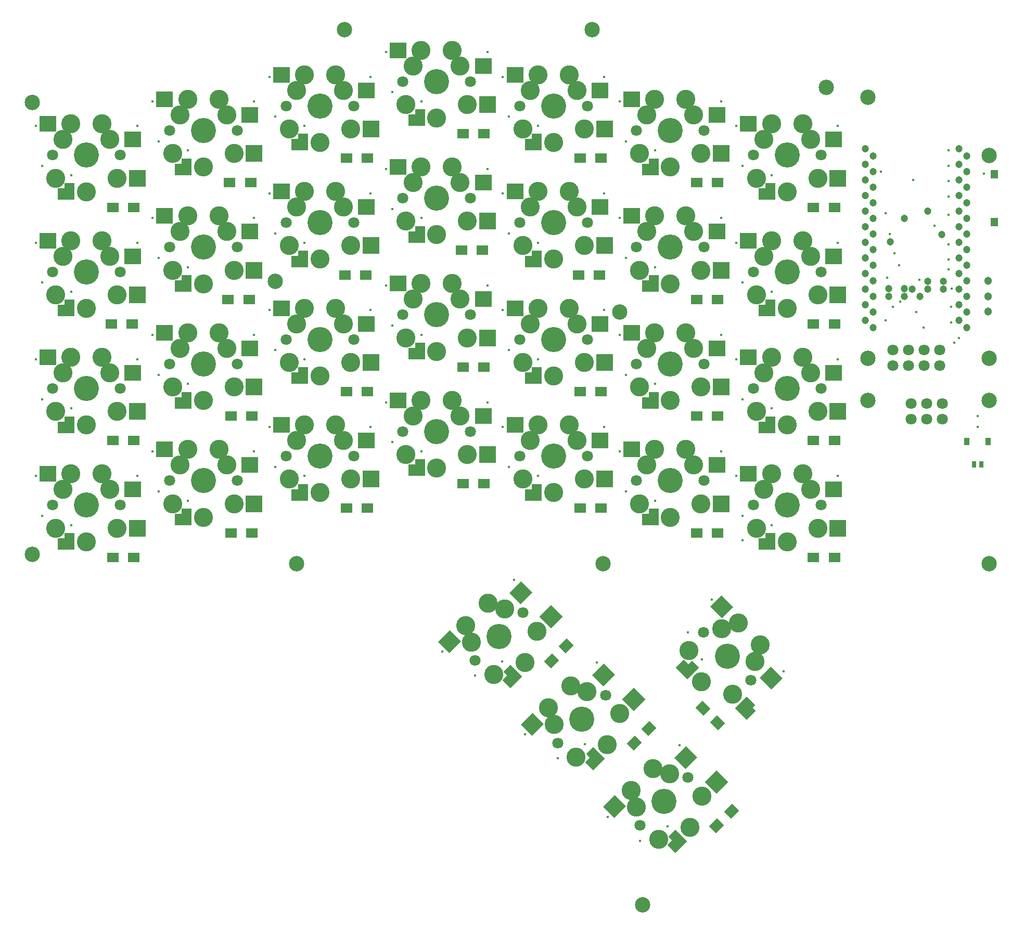
<source format=gts>
%FSLAX46Y46*%
%MOMM*%
%AMPS20*
1,1,1.801600,0.000000,0.000000*
%
%ADD20PS20*%
%AMPS38*
1,1,1.801600,0.000000,0.000000*
%
%ADD38PS38*%
%AMPS28*
1,1,1.301600,0.000000,0.000000*
%
%ADD28PS28*%
%AMPS18*
1,1,1.201600,0.000000,0.000000*
%
%ADD18PS18*%
%AMPS30*
4,1,6,
1.910319,0.000000,
0.784888,1.125431,
0.183750,0.524293,
-0.603258,1.307060,
-1.910319,0.000000,
0.000000,-1.910319,
1.910319,0.000000,
0
*
%
%ADD30PS30*%
%AMPS35*
21,1,1.351600,1.101600,0.000000,0.000000,90.000000*
%
%ADD35PS35*%
%AMPS36*
21,1,0.701600,0.951600,0.000000,0.000000,180.000000*
%
%ADD36PS36*%
%AMPS37*
21,1,0.801600,1.201600,0.000000,0.000000,180.000000*
%
%ADD37PS37*%
%AMPS39*
1,1,0.431800,0.000000,0.000000*
%
%ADD39PS39*%
%AMPS14*
21,1,2.651600,2.601600,0.000000,0.000000,0.000000*
%
%ADD14PS14*%
%AMPS24*
21,1,2.651600,2.601600,0.000000,0.000000,45.000000*
%
%ADD24PS24*%
%AMPS32*
21,1,2.651600,2.601600,0.000000,0.000000,315.000000*
%
%ADD32PS32*%
%AMPS15*
21,1,2.701600,2.701600,0.000000,0.000000,0.000000*
%
%ADD15PS15*%
%AMPS25*
21,1,2.701600,2.701600,0.000000,0.000000,45.000000*
%
%ADD25PS25*%
%AMPS33*
4,1,6,
1.486055,-0.424264,
0.955725,0.106066,
1.379989,0.530330,
0.000000,1.910319,
-1.910319,0.000000,
0.000000,-1.910319,
1.486055,-0.424264,
0
*
%
%ADD33PS33*%
%AMPS16*
1,1,1.803600,0.000000,0.000000*
%
%ADD16PS16*%
%AMPS26*
1,1,1.803600,0.000000,0.000000*
%
%ADD26PS26*%
%AMPS34*
1,1,1.803600,0.000000,0.000000*
%
%ADD34PS34*%
%AMPS13*
1,1,3.101600,0.000000,0.000000*
%
%ADD13PS13*%
%AMPS23*
1,1,3.101600,0.000000,0.000000*
%
%ADD23PS23*%
%AMPS31*
1,1,3.101600,0.000000,0.000000*
%
%ADD31PS31*%
%AMPS11*
1,1,4.089600,0.000000,0.000000*
%
%ADD11PS11*%
%AMPS21*
1,1,4.089600,0.000000,0.000000*
%
%ADD21PS21*%
%AMPS29*
1,1,4.089600,0.000000,0.000000*
%
%ADD29PS29*%
%AMPS22*
4,1,6,
0.000000,1.910319,
-1.125431,0.784888,
-0.524293,0.183750,
-1.307060,-0.603258,
0.000000,-1.910319,
1.910319,0.000000,
0.000000,1.910319,
0
*
%
%ADD22PS22*%
%AMPS27*
21,1,1.901600,1.601600,0.000000,0.000000,135.000000*
%
%ADD27PS27*%
%AMPS17*
21,1,1.901600,1.601600,0.000000,0.000000,180.000000*
%
%ADD17PS17*%
%AMPS19*
21,1,1.901600,1.601600,0.000000,0.000000,225.000000*
%
%ADD19PS19*%
%AMPS10*
1,1,2.501600,0.000000,0.000000*
%
%ADD10PS10*%
%AMPS12*
4,1,6,
1.350800,1.350800,
-0.240800,1.350800,
-0.240800,0.500663,
-1.350800,0.497663,
-1.350800,-1.350800,
1.350800,-1.350800,
1.350800,1.350800,
0
*
%
%ADD12PS12*%
G01*
G01*
%LPD*%
G75*
D10*
X160600000Y-58350000D03*
D10*
X4900000Y-16650000D03*
D10*
X100500000Y-50825000D03*
D10*
X97850000Y-91750000D03*
D10*
X160600000Y-25350000D03*
D10*
X55700000Y-4825000D03*
D10*
X44500000Y-45825000D03*
D10*
X4900000Y-90225000D03*
D10*
X160600000Y-65150000D03*
D10*
X140900000Y-15850000D03*
D10*
X47925000Y-91750000D03*
D10*
X140925000Y-58350000D03*
D10*
X140925000Y-65150000D03*
D10*
X134100000Y-14200000D03*
D10*
X104250000Y-147350000D03*
D10*
X160600000Y-91750000D03*
D10*
X96000000Y-4825000D03*
D11*
X51750000Y-17250000D03*
D12*
X48475000Y-23150000D03*
D13*
X46750000Y-21000000D03*
D14*
X59310000Y-14710000D03*
D15*
X60025000Y-21000000D03*
D13*
X55560000Y-14710000D03*
D14*
X45460000Y-12170000D03*
D13*
X47940000Y-14710000D03*
D16*
X57250000Y-17250000D03*
D13*
X54290000Y-12170000D03*
D16*
X46250000Y-17250000D03*
D13*
X49210000Y-12170000D03*
D13*
X56750000Y-21000000D03*
D13*
X51750000Y-23200000D03*
D17*
X36800000Y-48750000D03*
D17*
X40200000Y-48750000D03*
D17*
X94050000Y-82750000D03*
D17*
X97450000Y-82750000D03*
D17*
X94050000Y-25750000D03*
D17*
X97450000Y-25750000D03*
D17*
X56050000Y-82750000D03*
D17*
X59450000Y-82750000D03*
D17*
X56050000Y-25750000D03*
D17*
X59450000Y-25750000D03*
D18*
X155745000Y-34335000D03*
D18*
X140505000Y-39415000D03*
D18*
X156995000Y-45745000D03*
D18*
X140505000Y-41955000D03*
D18*
X140505000Y-36875000D03*
D18*
X156995000Y-27965000D03*
D18*
X155745000Y-36875000D03*
D18*
X156995000Y-50825000D03*
D18*
X141755000Y-50825000D03*
D18*
X156995000Y-38125000D03*
D18*
X153205000Y-45765000D03*
D18*
X144295000Y-47015000D03*
D18*
X155745000Y-49575000D03*
D18*
X144549000Y-39395000D03*
D18*
X146835000Y-47015000D03*
D18*
X141755000Y-30505000D03*
D18*
X140505000Y-24175000D03*
D18*
X148125000Y-47035000D03*
D18*
X156995000Y-48285000D03*
D18*
X146835000Y-48285000D03*
D18*
X140505000Y-44495000D03*
D18*
X155745000Y-26715000D03*
D18*
X153205000Y-47035000D03*
D18*
X140505000Y-31795000D03*
D18*
X141755000Y-33045000D03*
D18*
X156995000Y-30505000D03*
D18*
X141755000Y-38125000D03*
D18*
X156995000Y-40665000D03*
D18*
X155745000Y-39415000D03*
D18*
X150665000Y-47035000D03*
D18*
X141755000Y-45745000D03*
D18*
X156995000Y-35585000D03*
D18*
X150665000Y-45765000D03*
D18*
X155745000Y-31795000D03*
D18*
X140505000Y-26715000D03*
D18*
X155745000Y-44495000D03*
D18*
X140505000Y-52115000D03*
D18*
X146835000Y-35585000D03*
D18*
X141755000Y-27965000D03*
D18*
X141755000Y-35585000D03*
D18*
X155745000Y-47035000D03*
D18*
X150665000Y-34335000D03*
D18*
X156995000Y-53365000D03*
D18*
X152951000Y-38145000D03*
D18*
X144295000Y-48285000D03*
D18*
X155745000Y-52115000D03*
D18*
X141755000Y-53365000D03*
D18*
X140505000Y-47035000D03*
D18*
X156995000Y-33045000D03*
D18*
X155745000Y-24175000D03*
D18*
X140505000Y-49575000D03*
D18*
X141755000Y-40665000D03*
D18*
X155745000Y-29255000D03*
D18*
X141755000Y-25425000D03*
D18*
X155745000Y-41955000D03*
D18*
X149375000Y-48285000D03*
D18*
X156995000Y-43205000D03*
D18*
X141755000Y-48285000D03*
D18*
X156995000Y-25425000D03*
D18*
X140505000Y-34335000D03*
D18*
X141755000Y-43205000D03*
D18*
X140505000Y-29255000D03*
D17*
X94050000Y-63750000D03*
D17*
X97450000Y-63750000D03*
D11*
X127750000Y-82250000D03*
D12*
X124475000Y-88150000D03*
D13*
X122750000Y-86000000D03*
D14*
X135310000Y-79710000D03*
D15*
X136025000Y-86000000D03*
D13*
X131560000Y-79710000D03*
D14*
X121460000Y-77170000D03*
D13*
X123940000Y-79710000D03*
D16*
X133250000Y-82250000D03*
D13*
X130290000Y-77170000D03*
D16*
X122250000Y-82250000D03*
D13*
X125210000Y-77170000D03*
D13*
X132750000Y-86000000D03*
D13*
X127750000Y-88200000D03*
D11*
X70750000Y-70250000D03*
D12*
X67475000Y-76150000D03*
D13*
X65750000Y-74000000D03*
D14*
X78310000Y-67710000D03*
D15*
X79025000Y-74000000D03*
D13*
X74560000Y-67710000D03*
D14*
X64460000Y-65170000D03*
D13*
X66940000Y-67710000D03*
D16*
X76250000Y-70250000D03*
D13*
X73290000Y-65170000D03*
D16*
X65250000Y-70250000D03*
D13*
X68210000Y-65170000D03*
D13*
X75750000Y-74000000D03*
D13*
X70750000Y-76200000D03*
D11*
X13750000Y-63250000D03*
D12*
X10475000Y-69150000D03*
D13*
X8750000Y-67000000D03*
D14*
X21310000Y-60710000D03*
D15*
X22025000Y-67000000D03*
D13*
X17560000Y-60710000D03*
D14*
X7460000Y-58170000D03*
D13*
X9940000Y-60710000D03*
D16*
X19250000Y-63250000D03*
D13*
X16290000Y-58170000D03*
D16*
X8250000Y-63250000D03*
D13*
X11210000Y-58170000D03*
D13*
X18750000Y-67000000D03*
D13*
X13750000Y-69200000D03*
D19*
X116297919Y-134452081D03*
D19*
X118702081Y-132047919D03*
D17*
X18050000Y-90750000D03*
D17*
X21450000Y-90750000D03*
D17*
X18050000Y-33750000D03*
D17*
X21450000Y-33750000D03*
D11*
X108750000Y-59250000D03*
D12*
X105475000Y-65150000D03*
D13*
X103750000Y-63000000D03*
D14*
X116310000Y-56710000D03*
D15*
X117025000Y-63000000D03*
D13*
X112560000Y-56710000D03*
D14*
X102460000Y-54170000D03*
D13*
X104940000Y-56710000D03*
D16*
X114250000Y-59250000D03*
D13*
X111290000Y-54170000D03*
D16*
X103250000Y-59250000D03*
D13*
X106210000Y-54170000D03*
D13*
X113750000Y-63000000D03*
D13*
X108750000Y-65200000D03*
D11*
X13750000Y-44250000D03*
D12*
X10475000Y-50150000D03*
D13*
X8750000Y-48000000D03*
D14*
X21310000Y-41710000D03*
D15*
X22025000Y-48000000D03*
D13*
X17560000Y-41710000D03*
D14*
X7460000Y-39170000D03*
D13*
X9940000Y-41710000D03*
D16*
X19250000Y-44250000D03*
D13*
X16290000Y-39170000D03*
D16*
X8250000Y-44250000D03*
D13*
X11210000Y-39170000D03*
D13*
X18750000Y-48000000D03*
D13*
X13750000Y-50200000D03*
D17*
X132050000Y-71750000D03*
D17*
X135450000Y-71750000D03*
D11*
X32750000Y-21250000D03*
D12*
X29475000Y-27150000D03*
D13*
X27750000Y-25000000D03*
D14*
X40310000Y-18710000D03*
D15*
X41025000Y-25000000D03*
D13*
X36560000Y-18710000D03*
D14*
X26460000Y-16170000D03*
D13*
X28940000Y-18710000D03*
D16*
X38250000Y-21250000D03*
D13*
X35290000Y-16170000D03*
D16*
X27250000Y-21250000D03*
D13*
X30210000Y-16170000D03*
D13*
X37750000Y-25000000D03*
D13*
X32750000Y-27200000D03*
D20*
X147480000Y-56980000D03*
D20*
X152560000Y-59520000D03*
D20*
X144940000Y-59520000D03*
D20*
X144940000Y-56980000D03*
D20*
X150020000Y-59520000D03*
D20*
X152560000Y-56980000D03*
D20*
X147480000Y-59520000D03*
D20*
X150020000Y-56980000D03*
D11*
X127750000Y-63250000D03*
D12*
X124475000Y-69150000D03*
D13*
X122750000Y-67000000D03*
D14*
X135310000Y-60710000D03*
D15*
X136025000Y-67000000D03*
D13*
X131560000Y-60710000D03*
D14*
X121460000Y-58170000D03*
D13*
X123940000Y-60710000D03*
D16*
X133250000Y-63250000D03*
D13*
X130290000Y-58170000D03*
D16*
X122250000Y-63250000D03*
D13*
X125210000Y-58170000D03*
D13*
X132750000Y-67000000D03*
D13*
X127750000Y-69200000D03*
D17*
X113050000Y-86750000D03*
D17*
X116450000Y-86750000D03*
D11*
X108750000Y-21250000D03*
D12*
X105475000Y-27150000D03*
D13*
X103750000Y-25000000D03*
D14*
X116310000Y-18710000D03*
D15*
X117025000Y-25000000D03*
D13*
X112560000Y-18710000D03*
D14*
X102460000Y-16170000D03*
D13*
X104940000Y-18710000D03*
D16*
X114250000Y-21250000D03*
D13*
X111290000Y-16170000D03*
D16*
X103250000Y-21250000D03*
D13*
X106210000Y-16170000D03*
D13*
X113750000Y-25000000D03*
D13*
X108750000Y-27200000D03*
D19*
X102872919Y-121002081D03*
D19*
X105277081Y-118597919D03*
D17*
X18050000Y-71750000D03*
D17*
X21450000Y-71750000D03*
D11*
X89750000Y-55250000D03*
D12*
X86475000Y-61150000D03*
D13*
X84750000Y-59000000D03*
D14*
X97310000Y-52710000D03*
D15*
X98025000Y-59000000D03*
D13*
X93560000Y-52710000D03*
D14*
X83460000Y-50170000D03*
D13*
X85940000Y-52710000D03*
D16*
X95250000Y-55250000D03*
D13*
X92290000Y-50170000D03*
D16*
X84250000Y-55250000D03*
D13*
X87210000Y-50170000D03*
D13*
X94750000Y-59000000D03*
D13*
X89750000Y-61200000D03*
D17*
X93800000Y-44750000D03*
D17*
X97200000Y-44750000D03*
D11*
X51750000Y-36250000D03*
D12*
X48475000Y-42150000D03*
D13*
X46750000Y-40000000D03*
D14*
X59310000Y-33710000D03*
D15*
X60025000Y-40000000D03*
D13*
X55560000Y-33710000D03*
D14*
X45460000Y-31170000D03*
D13*
X47940000Y-33710000D03*
D16*
X57250000Y-36250000D03*
D13*
X54290000Y-31170000D03*
D16*
X46250000Y-36250000D03*
D13*
X49210000Y-31170000D03*
D13*
X56750000Y-40000000D03*
D13*
X51750000Y-42200000D03*
D11*
X127750000Y-44250000D03*
D12*
X124475000Y-50150000D03*
D13*
X122750000Y-48000000D03*
D14*
X135310000Y-41710000D03*
D15*
X136025000Y-48000000D03*
D13*
X131560000Y-41710000D03*
D14*
X121460000Y-39170000D03*
D13*
X123940000Y-41710000D03*
D16*
X133250000Y-44250000D03*
D13*
X130290000Y-39170000D03*
D16*
X122250000Y-44250000D03*
D13*
X125210000Y-39170000D03*
D13*
X132750000Y-48000000D03*
D13*
X127750000Y-50200000D03*
D11*
X51750000Y-55250000D03*
D12*
X48475000Y-61150000D03*
D13*
X46750000Y-59000000D03*
D14*
X59310000Y-52710000D03*
D15*
X60025000Y-59000000D03*
D13*
X55560000Y-52710000D03*
D14*
X45460000Y-50170000D03*
D13*
X47940000Y-52710000D03*
D16*
X57250000Y-55250000D03*
D13*
X54290000Y-50170000D03*
D16*
X46250000Y-55250000D03*
D13*
X49210000Y-50170000D03*
D13*
X56750000Y-59000000D03*
D13*
X51750000Y-61200000D03*
D17*
X75050000Y-78750000D03*
D17*
X78450000Y-78750000D03*
D17*
X37300000Y-86750000D03*
D17*
X40700000Y-86750000D03*
D17*
X37300000Y-67750000D03*
D17*
X40700000Y-67750000D03*
D11*
X89750000Y-17250000D03*
D12*
X86475000Y-23150000D03*
D13*
X84750000Y-21000000D03*
D14*
X97310000Y-14710000D03*
D15*
X98025000Y-21000000D03*
D13*
X93560000Y-14710000D03*
D14*
X83460000Y-12170000D03*
D13*
X85940000Y-14710000D03*
D16*
X95250000Y-17250000D03*
D13*
X92290000Y-12170000D03*
D16*
X84250000Y-17250000D03*
D13*
X87210000Y-12170000D03*
D13*
X94750000Y-21000000D03*
D13*
X89750000Y-23200000D03*
D21*
X107750000Y-130500000D03*
D22*
X109606155Y-136987704D03*
D23*
X106866117Y-136687184D03*
D24*
X111299676Y-123358222D03*
D25*
X116252959Y-127300342D03*
D23*
X108648025Y-126009872D03*
D24*
X99710196Y-131355599D03*
D23*
X103259872Y-131398025D03*
D26*
X111639087Y-126610913D03*
D23*
X105953949Y-125111847D03*
D26*
X103860913Y-134389087D03*
D23*
X102361847Y-128703949D03*
D23*
X113937184Y-129616117D03*
D23*
X111957285Y-134707285D03*
D17*
X113050000Y-29750000D03*
D17*
X116450000Y-29750000D03*
D11*
X70750000Y-13250000D03*
D12*
X67475000Y-19150000D03*
D13*
X65750000Y-17000000D03*
D14*
X78310000Y-10710000D03*
D15*
X79025000Y-17000000D03*
D13*
X74560000Y-10710000D03*
D14*
X64460000Y-8170000D03*
D13*
X66940000Y-10710000D03*
D16*
X76250000Y-13250000D03*
D13*
X73290000Y-8170000D03*
D16*
X65250000Y-13250000D03*
D13*
X68210000Y-8170000D03*
D13*
X75750000Y-17000000D03*
D13*
X70750000Y-19200000D03*
D11*
X89750000Y-36250000D03*
D12*
X86475000Y-42150000D03*
D13*
X84750000Y-40000000D03*
D14*
X97310000Y-33710000D03*
D15*
X98025000Y-40000000D03*
D13*
X93560000Y-33710000D03*
D14*
X83460000Y-31170000D03*
D13*
X85940000Y-33710000D03*
D16*
X95250000Y-36250000D03*
D13*
X92290000Y-31170000D03*
D16*
X84250000Y-36250000D03*
D13*
X87210000Y-31170000D03*
D13*
X94750000Y-40000000D03*
D13*
X89750000Y-42200000D03*
D17*
X75050000Y-59750000D03*
D17*
X78450000Y-59750000D03*
D11*
X70750000Y-51250000D03*
D12*
X67475000Y-57150000D03*
D13*
X65750000Y-55000000D03*
D14*
X78310000Y-48710000D03*
D15*
X79025000Y-55000000D03*
D13*
X74560000Y-48710000D03*
D14*
X64460000Y-46170000D03*
D13*
X66940000Y-48710000D03*
D16*
X76250000Y-51250000D03*
D13*
X73290000Y-46170000D03*
D16*
X65250000Y-51250000D03*
D13*
X68210000Y-46170000D03*
D13*
X75750000Y-55000000D03*
D13*
X70750000Y-57200000D03*
D21*
X80879983Y-103629943D03*
D22*
X82736138Y-110117647D03*
D23*
X79996100Y-109817127D03*
D24*
X84429659Y-96488165D03*
D25*
X89382942Y-100430285D03*
D23*
X81778008Y-99139815D03*
D24*
X72840179Y-104485542D03*
D23*
X76389855Y-104527968D03*
D26*
X84769070Y-99740856D03*
D23*
X79083932Y-98241790D03*
D26*
X76990896Y-107519030D03*
D23*
X75491830Y-101833892D03*
D23*
X87067167Y-102746060D03*
D23*
X85087268Y-107837228D03*
D21*
X94315012Y-117064972D03*
D22*
X96171167Y-123552676D03*
D23*
X93431129Y-123252156D03*
D24*
X97864688Y-109923194D03*
D25*
X102817971Y-113865314D03*
D23*
X95213037Y-112574844D03*
D24*
X86275208Y-117920571D03*
D23*
X89824884Y-117962997D03*
D26*
X98204099Y-113175885D03*
D23*
X92518961Y-111676819D03*
D26*
X90425925Y-120954059D03*
D23*
X88926859Y-115268921D03*
D23*
X100502196Y-116181089D03*
D23*
X98522297Y-121272257D03*
D27*
X114047919Y-115297919D03*
D27*
X116452081Y-117702081D03*
D17*
X74800000Y-40750000D03*
D17*
X78200000Y-40750000D03*
D11*
X32750000Y-40250000D03*
D12*
X29475000Y-46150000D03*
D13*
X27750000Y-44000000D03*
D14*
X40310000Y-37710000D03*
D15*
X41025000Y-44000000D03*
D13*
X36560000Y-37710000D03*
D14*
X26460000Y-35170000D03*
D13*
X28940000Y-37710000D03*
D16*
X38250000Y-40250000D03*
D13*
X35290000Y-35170000D03*
D16*
X27250000Y-40250000D03*
D13*
X30210000Y-35170000D03*
D13*
X37750000Y-44000000D03*
D13*
X32750000Y-46200000D03*
D28*
X160500000Y-45750000D03*
D28*
X160500000Y-50750000D03*
D28*
X160500000Y-48250000D03*
D11*
X51750000Y-74250000D03*
D12*
X48475000Y-80150000D03*
D13*
X46750000Y-78000000D03*
D14*
X59310000Y-71710000D03*
D15*
X60025000Y-78000000D03*
D13*
X55560000Y-71710000D03*
D14*
X45460000Y-69170000D03*
D13*
X47940000Y-71710000D03*
D16*
X57250000Y-74250000D03*
D13*
X54290000Y-69170000D03*
D16*
X46250000Y-74250000D03*
D13*
X49210000Y-69170000D03*
D13*
X56750000Y-78000000D03*
D13*
X51750000Y-80200000D03*
D11*
X32750000Y-78250000D03*
D12*
X29475000Y-84150000D03*
D13*
X27750000Y-82000000D03*
D14*
X40310000Y-75710000D03*
D15*
X41025000Y-82000000D03*
D13*
X36560000Y-75710000D03*
D14*
X26460000Y-73170000D03*
D13*
X28940000Y-75710000D03*
D16*
X38250000Y-78250000D03*
D13*
X35290000Y-73170000D03*
D16*
X27250000Y-78250000D03*
D13*
X30210000Y-73170000D03*
D13*
X37750000Y-82000000D03*
D13*
X32750000Y-84200000D03*
D11*
X108750000Y-40250000D03*
D12*
X105475000Y-46150000D03*
D13*
X103750000Y-44000000D03*
D14*
X116310000Y-37710000D03*
D15*
X117025000Y-44000000D03*
D13*
X112560000Y-37710000D03*
D14*
X102460000Y-35170000D03*
D13*
X104940000Y-37710000D03*
D16*
X114250000Y-40250000D03*
D13*
X111290000Y-35170000D03*
D16*
X103250000Y-40250000D03*
D13*
X106210000Y-35170000D03*
D13*
X113750000Y-44000000D03*
D13*
X108750000Y-46200000D03*
D29*
X118003088Y-106811923D03*
D30*
X111515384Y-108668078D03*
D31*
X111815904Y-105928040D03*
D32*
X125144866Y-110361599D03*
D33*
X121202746Y-115314882D03*
D31*
X122493216Y-107709948D03*
D32*
X117147489Y-98772119D03*
D31*
X117105063Y-102321795D03*
D34*
X121892175Y-110701010D03*
D31*
X123391241Y-105015872D03*
D34*
X114114001Y-102922836D03*
D31*
X119799139Y-101423770D03*
D31*
X118886971Y-112999107D03*
D31*
X113795803Y-111019208D03*
D17*
X56050000Y-63750000D03*
D17*
X59450000Y-63750000D03*
D17*
X17800000Y-52750000D03*
D17*
X21200000Y-52750000D03*
D11*
X13750000Y-25250000D03*
D12*
X10475000Y-31150000D03*
D13*
X8750000Y-29000000D03*
D14*
X21310000Y-22710000D03*
D15*
X22025000Y-29000000D03*
D13*
X17560000Y-22710000D03*
D14*
X7460000Y-20170000D03*
D13*
X9940000Y-22710000D03*
D16*
X19250000Y-25250000D03*
D13*
X16290000Y-20170000D03*
D16*
X8250000Y-25250000D03*
D13*
X11210000Y-20170000D03*
D13*
X18750000Y-29000000D03*
D13*
X13750000Y-31200000D03*
D17*
X132050000Y-33750000D03*
D17*
X135450000Y-33750000D03*
D35*
X161500000Y-28375000D03*
D35*
X161500000Y-36125000D03*
D17*
X75050000Y-21750000D03*
D17*
X78450000Y-21750000D03*
D17*
X55800000Y-44750000D03*
D17*
X59200000Y-44750000D03*
D17*
X37050000Y-29750000D03*
D17*
X40450000Y-29750000D03*
D11*
X70750000Y-32250000D03*
D12*
X67475000Y-38150000D03*
D13*
X65750000Y-36000000D03*
D14*
X78310000Y-29710000D03*
D15*
X79025000Y-36000000D03*
D13*
X74560000Y-29710000D03*
D14*
X64460000Y-27170000D03*
D13*
X66940000Y-29710000D03*
D16*
X76250000Y-32250000D03*
D13*
X73290000Y-27170000D03*
D16*
X65250000Y-32250000D03*
D13*
X68210000Y-27170000D03*
D13*
X75750000Y-36000000D03*
D13*
X70750000Y-38200000D03*
D17*
X113050000Y-67750000D03*
D17*
X116450000Y-67750000D03*
D17*
X132050000Y-90750000D03*
D17*
X135450000Y-90750000D03*
D11*
X108750000Y-78250000D03*
D12*
X105475000Y-84150000D03*
D13*
X103750000Y-82000000D03*
D14*
X116310000Y-75710000D03*
D15*
X117025000Y-82000000D03*
D13*
X112560000Y-75710000D03*
D14*
X102460000Y-73170000D03*
D13*
X104940000Y-75710000D03*
D16*
X114250000Y-78250000D03*
D13*
X111290000Y-73170000D03*
D16*
X103250000Y-78250000D03*
D13*
X106210000Y-73170000D03*
D13*
X113750000Y-82000000D03*
D13*
X108750000Y-84200000D03*
D17*
X132050000Y-52750000D03*
D17*
X135450000Y-52750000D03*
D36*
X159350000Y-75574999D03*
D37*
X160500000Y-71849999D03*
D36*
X158150000Y-75574999D03*
D37*
X157000000Y-71849999D03*
D17*
X113050000Y-48750000D03*
D17*
X116450000Y-48750000D03*
D19*
X89422919Y-107577081D03*
D19*
X91827081Y-105172919D03*
D11*
X89750000Y-74250000D03*
D12*
X86475000Y-80150000D03*
D13*
X84750000Y-78000000D03*
D14*
X97310000Y-71710000D03*
D15*
X98025000Y-78000000D03*
D13*
X93560000Y-71710000D03*
D14*
X83460000Y-69170000D03*
D13*
X85940000Y-71710000D03*
D16*
X95250000Y-74250000D03*
D13*
X92290000Y-69170000D03*
D16*
X84250000Y-74250000D03*
D13*
X87210000Y-69170000D03*
D13*
X94750000Y-78000000D03*
D13*
X89750000Y-80200000D03*
D11*
X13750000Y-82250000D03*
D12*
X10475000Y-88150000D03*
D13*
X8750000Y-86000000D03*
D14*
X21310000Y-79710000D03*
D15*
X22025000Y-86000000D03*
D13*
X17560000Y-79710000D03*
D14*
X7460000Y-77170000D03*
D13*
X9940000Y-79710000D03*
D16*
X19250000Y-82250000D03*
D13*
X16290000Y-77170000D03*
D16*
X8250000Y-82250000D03*
D13*
X11210000Y-77170000D03*
D13*
X18750000Y-86000000D03*
D13*
X13750000Y-88200000D03*
D38*
X150500000Y-68270000D03*
D38*
X153040000Y-65730000D03*
D38*
X153040000Y-68270000D03*
D38*
X147960000Y-65730000D03*
D38*
X150500000Y-65730000D03*
D38*
X147960000Y-68270000D03*
D11*
X32750000Y-59250000D03*
D12*
X29475000Y-65150000D03*
D13*
X27750000Y-63000000D03*
D14*
X40310000Y-56710000D03*
D15*
X41025000Y-63000000D03*
D13*
X36560000Y-56710000D03*
D14*
X26460000Y-54170000D03*
D13*
X28940000Y-56710000D03*
D16*
X38250000Y-59250000D03*
D13*
X35290000Y-54170000D03*
D16*
X27250000Y-59250000D03*
D13*
X30210000Y-54170000D03*
D13*
X37750000Y-63000000D03*
D13*
X32750000Y-65200000D03*
D11*
X127750000Y-25250000D03*
D12*
X124475000Y-31150000D03*
D13*
X122750000Y-29000000D03*
D14*
X135310000Y-22710000D03*
D15*
X136025000Y-29000000D03*
D13*
X131560000Y-22710000D03*
D14*
X121460000Y-20170000D03*
D13*
X123940000Y-22710000D03*
D16*
X133250000Y-25250000D03*
D13*
X130290000Y-20170000D03*
D16*
X122250000Y-25250000D03*
D13*
X125210000Y-20170000D03*
D13*
X132750000Y-29000000D03*
D13*
X127750000Y-31200000D03*
D39*
X159795300Y-28250000D03*
D39*
X125250000Y-85500000D03*
D39*
X90425925Y-123428933D03*
D39*
X106250000Y-24500000D03*
D39*
X98000000Y-50500000D03*
D39*
X154000000Y-27000000D03*
D39*
X22000000Y-20500000D03*
D39*
X136000000Y-39500000D03*
D39*
X60000000Y-69500000D03*
D39*
X155750000Y-55000000D03*
D39*
X125250000Y-66500000D03*
D39*
X149250000Y-45557890D03*
D39*
X120500000Y-46000000D03*
D39*
X81410313Y-107695806D03*
D39*
X63500000Y-15000000D03*
D39*
X100500000Y-16500000D03*
D39*
X87250000Y-20500000D03*
D39*
X117000000Y-35500000D03*
D39*
X68250000Y-54500000D03*
D39*
X117000000Y-73500000D03*
D39*
X143750000Y-52115000D03*
D39*
X82500000Y-19000000D03*
D39*
X49250000Y-58500000D03*
D39*
X81500000Y-69500000D03*
D39*
X100500000Y-73500000D03*
D39*
X143000000Y-27965000D03*
D39*
X71687595Y-106104816D03*
D39*
X79000000Y-46500000D03*
D39*
X158750000Y-67750000D03*
D39*
X6500000Y-46000000D03*
D39*
X43500000Y-69500000D03*
D39*
X5500000Y-77500000D03*
D39*
X100500000Y-54500000D03*
D39*
X11250000Y-47500000D03*
D39*
X148250000Y-29255000D03*
D39*
X68250000Y-73500000D03*
D39*
X60000000Y-31500000D03*
D39*
X113937225Y-107342253D03*
D39*
X63500000Y-72000000D03*
D39*
X6500000Y-27000000D03*
D39*
X24500000Y-35500000D03*
D39*
X81500000Y-31500000D03*
D39*
X79000000Y-27500000D03*
D39*
X144500000Y-38125000D03*
D39*
X117000000Y-16500000D03*
D39*
X43500000Y-50500000D03*
D39*
X98000000Y-31500000D03*
D39*
X119500000Y-77500000D03*
D39*
X143750000Y-34732590D03*
D39*
X100500000Y-35500000D03*
D39*
X5500000Y-39500000D03*
D39*
X120500000Y-88000000D03*
D39*
X11250000Y-66500000D03*
D39*
X6500000Y-65000000D03*
D39*
X154453703Y-49953703D03*
D39*
X85122624Y-119539845D03*
D39*
X44500000Y-57000000D03*
D39*
X98000000Y-69500000D03*
D39*
X30250000Y-81500000D03*
D39*
X22000000Y-39500000D03*
D39*
X120500000Y-84000000D03*
D39*
X106250000Y-43500000D03*
D39*
X119500000Y-58500000D03*
D39*
X76990896Y-109993904D03*
D39*
X96789885Y-107872584D03*
D39*
X49250000Y-77500000D03*
D39*
X6500000Y-84000000D03*
D39*
X154500000Y-47000000D03*
D39*
X49250000Y-39500000D03*
D39*
X154000000Y-43850300D03*
D39*
X119500000Y-39500000D03*
D39*
X127195476Y-109286796D03*
D39*
X119500000Y-20500000D03*
D39*
X87250000Y-58500000D03*
D39*
X136000000Y-58500000D03*
D39*
X24500000Y-16500000D03*
D39*
X49250000Y-20500000D03*
D39*
X110224873Y-121307612D03*
D39*
X22000000Y-77500000D03*
D39*
X30250000Y-24500000D03*
D39*
X154000000Y-39750000D03*
D39*
X41000000Y-16500000D03*
D39*
X154000000Y-29500000D03*
D39*
X148750000Y-50825000D03*
D39*
X81500000Y-50500000D03*
D39*
X30250000Y-62500000D03*
D39*
X25500000Y-61000000D03*
D39*
X5500000Y-58500000D03*
D39*
X101500000Y-80000000D03*
D39*
X24500000Y-73500000D03*
D39*
X103860913Y-136863961D03*
D39*
X108280330Y-134565863D03*
D39*
X24500000Y-54500000D03*
D39*
X145000000Y-49950000D03*
D39*
X101500000Y-23000000D03*
D39*
X106250000Y-62500000D03*
D39*
X125250000Y-28500000D03*
D39*
X125250000Y-47500000D03*
D39*
X63500000Y-34000000D03*
D39*
X87250000Y-39500000D03*
D39*
X98557612Y-132974873D03*
D39*
X94845342Y-121130835D03*
D39*
X62500000Y-8500000D03*
D39*
X25500000Y-80000000D03*
D39*
X82500000Y-38000000D03*
D39*
X154000000Y-32000000D03*
D39*
X44500000Y-76000000D03*
D39*
X146137410Y-49137410D03*
D39*
X120500000Y-27000000D03*
D39*
X41000000Y-54500000D03*
D39*
X30250000Y-43500000D03*
D39*
X68250000Y-16500000D03*
D39*
X120500000Y-65000000D03*
D39*
X117000000Y-54500000D03*
D39*
X79000000Y-8500000D03*
D39*
X25500000Y-42000000D03*
D39*
X63500000Y-53000000D03*
D39*
X154000000Y-35000000D03*
D39*
X115528215Y-97619535D03*
D39*
X22000000Y-58500000D03*
D39*
X11250000Y-28500000D03*
D39*
X83354856Y-94437555D03*
D39*
X62500000Y-27500000D03*
D39*
X158750000Y-69500000D03*
D39*
X111639127Y-102922836D03*
D39*
X11250000Y-85500000D03*
D39*
X145250000Y-41250000D03*
D39*
X154000000Y-24500000D03*
D39*
X43500000Y-12500000D03*
D39*
X146000000Y-43205000D03*
D39*
X62500000Y-46500000D03*
D39*
X41000000Y-73500000D03*
D39*
X151750000Y-36750000D03*
D39*
X98000000Y-12500000D03*
D39*
X136000000Y-77500000D03*
D39*
X101500000Y-42000000D03*
D39*
X155000000Y-55750000D03*
D39*
X154000000Y-42250000D03*
D39*
X106250000Y-81500000D03*
D39*
X68250000Y-35500000D03*
D39*
X5500000Y-20500000D03*
D39*
X82500000Y-76000000D03*
D39*
X82500000Y-57000000D03*
D39*
X43500000Y-31500000D03*
D39*
X60000000Y-12500000D03*
D39*
X41000000Y-35500000D03*
D39*
X101500000Y-61000000D03*
D39*
X154473703Y-52473703D03*
D39*
X144000000Y-45250000D03*
D39*
X79000000Y-65500000D03*
D39*
X60000000Y-50500000D03*
D39*
X62500000Y-65500000D03*
D39*
X44500000Y-38000000D03*
D39*
X25500000Y-23000000D03*
D39*
X136000000Y-20500000D03*
D39*
X81500000Y-12500000D03*
D39*
X44500000Y-19000000D03*
D39*
X87250000Y-77500000D03*
D39*
X150000000Y-53365000D03*
M02*

</source>
